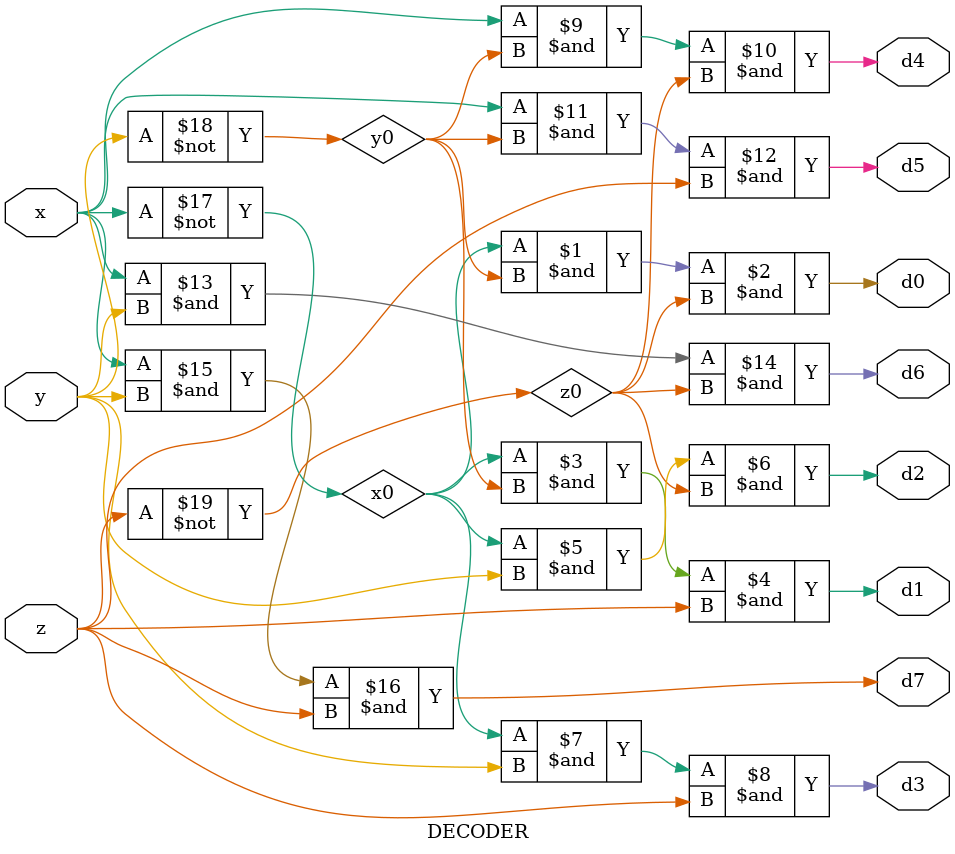
<source format=v>
module DECODER(d0,d1,d2,d3,d4,d5,d6,d7,x,y,z); 
input x,y,z; 
output d0,d1,d2,d3,d4,d5,d6,d7; 
wire x0,y0,z0; 
not n1(x0,x); 
not n2(y0,y); 
not n3(z0,z); 

and a0(d0,x0,y0,z0); 
and a1(d1,x0,y0,z); 
and a2(d2,x0,y,z0); 
and a3(d3,x0,y,z); 
and a4(d4,x,y0,z0); 
and a5(d5,x,y0,z); 
and a6(d6,x,y,z0); 
and a7(d7,x,y,z);  

endmodule

</source>
